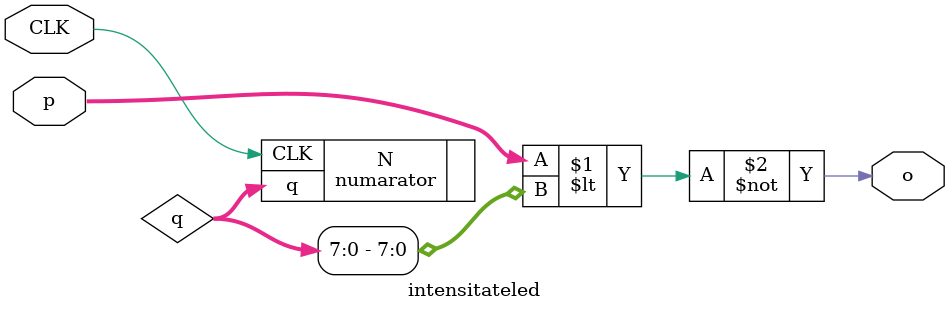
<source format=v>
`timescale 1ns / 1ps
module intensitateled(
		input CLK,
		input [7:0] p,
		
		output o
		
    );
wire [29 : 0] q;
	 
numarator N(
	.CLK(CLK),
	.q(q)
);

assign o = ~(p <  q[7:0]);

endmodule

</source>
